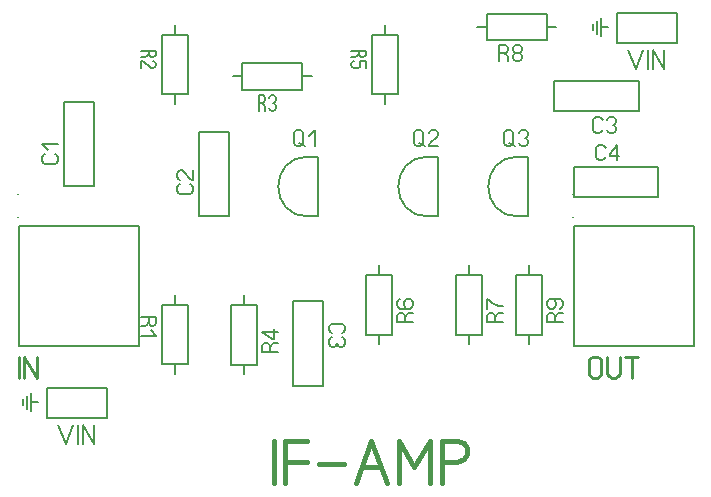
<source format=gbr>
%FSLAX34Y34*%
%MOMM*%
%LNSILK_TOP*%
G71*
G01*
%ADD10C,0.150*%
%ADD11C,0.167*%
%ADD12C,0.200*%
%ADD13C,0.170*%
%ADD14C,0.144*%
%ADD15C,0.444*%
%ADD16C,0.222*%
%LPD*%
G54D10*
X155975Y353971D02*
X133800Y353971D01*
X133800Y404671D01*
X155975Y404671D01*
X155975Y353971D01*
G54D10*
X144888Y353771D02*
X144888Y345871D01*
G54D10*
X144888Y404771D02*
X144887Y412671D01*
G54D11*
X122630Y388245D02*
X120963Y386245D01*
X119296Y385579D01*
X115963Y385579D01*
G54D11*
X115963Y390912D02*
X129296Y390912D01*
X129296Y387579D01*
X128463Y386245D01*
X126796Y385579D01*
X125130Y385579D01*
X123463Y386245D01*
X122630Y387579D01*
X122630Y390912D01*
G54D11*
X115963Y376579D02*
X115963Y381912D01*
X116796Y381912D01*
X118463Y381245D01*
X123463Y377245D01*
X125130Y376579D01*
X126796Y376579D01*
X128463Y377245D01*
X129296Y378579D01*
X129296Y379912D01*
X128463Y381245D01*
X126796Y381912D01*
G54D10*
X76669Y347990D02*
X51269Y347990D01*
X51269Y276390D01*
X76669Y276390D01*
X76669Y347990D01*
G54D11*
X43378Y303334D02*
X45044Y302334D01*
X45878Y300334D01*
X45878Y298334D01*
X45044Y296334D01*
X43378Y295334D01*
X35044Y295334D01*
X33378Y296334D01*
X32544Y298334D01*
X32544Y300334D01*
X33378Y302334D01*
X35044Y303334D01*
G54D11*
X37544Y307001D02*
X32544Y312001D01*
X45878Y312001D01*
G54D10*
X190969Y322590D02*
X165568Y322590D01*
X165569Y250990D01*
X190969Y250990D01*
X190969Y322590D01*
G54D11*
X157677Y277934D02*
X159344Y276934D01*
X160177Y274934D01*
X160177Y272934D01*
X159344Y270934D01*
X157677Y269934D01*
X149344Y269934D01*
X147677Y270934D01*
X146844Y272934D01*
X146844Y274934D01*
X147677Y276934D01*
X149344Y277934D01*
G54D11*
X160177Y289601D02*
X160177Y281601D01*
X159344Y281601D01*
X157677Y282601D01*
X152677Y288601D01*
X151010Y289601D01*
X149344Y289601D01*
X147677Y288601D01*
X146844Y286601D01*
X146844Y284601D01*
X147677Y282601D01*
X149344Y281601D01*
G54D10*
X155991Y125371D02*
X133816Y125371D01*
X133816Y176071D01*
X155991Y176071D01*
X155991Y125371D01*
G54D10*
X144904Y125171D02*
X144904Y117271D01*
G54D10*
X144904Y176171D02*
X144903Y184071D01*
G54D11*
X122645Y161846D02*
X120979Y158846D01*
X119312Y157846D01*
X115979Y157846D01*
G54D11*
X115979Y165846D02*
X129312Y165846D01*
X129312Y160846D01*
X128479Y158846D01*
X126812Y157846D01*
X125145Y157846D01*
X123479Y158846D01*
X122645Y160846D01*
X122645Y165846D01*
G54D11*
X124312Y154179D02*
X129312Y149179D01*
X115979Y149179D01*
G54D10*
X252770Y380335D02*
X252770Y358160D01*
X202070Y358160D01*
X202070Y380335D01*
X252770Y380335D01*
G54D10*
X252970Y369248D02*
X260870Y369248D01*
G54D10*
X201970Y369247D02*
X194070Y369247D01*
G54D11*
X218496Y346990D02*
X220496Y345323D01*
X221163Y343656D01*
X221163Y340323D01*
G54D11*
X215829Y340323D02*
X215829Y353656D01*
X219163Y353656D01*
X220496Y352823D01*
X221163Y351156D01*
X221163Y349490D01*
X220496Y347823D01*
X219163Y346990D01*
X215829Y346990D01*
G54D11*
X224829Y351156D02*
X225496Y352823D01*
X226829Y353656D01*
X228163Y353656D01*
X229496Y352823D01*
X230163Y351156D01*
X230163Y349490D01*
X229496Y347823D01*
X228163Y346990D01*
X229496Y346156D01*
X230163Y344490D01*
X230163Y342823D01*
X229496Y341156D01*
X228163Y340323D01*
X226829Y340323D01*
X225496Y341156D01*
X224829Y342823D01*
G54D10*
X192079Y176029D02*
X214254Y176029D01*
X214254Y125329D01*
X192079Y125329D01*
X192079Y176029D01*
G54D10*
X203166Y176229D02*
X203166Y184129D01*
G54D10*
X203166Y125229D02*
X203167Y117329D01*
G54D11*
X225425Y139587D02*
X227091Y142587D01*
X228758Y143587D01*
X232091Y143587D01*
G54D11*
X232091Y135587D02*
X218758Y135587D01*
X218758Y140587D01*
X219591Y142587D01*
X221258Y143587D01*
X222925Y143587D01*
X224591Y142587D01*
X225425Y140587D01*
X225425Y135587D01*
G54D11*
X232091Y153254D02*
X218758Y153254D01*
X227091Y147254D01*
X228758Y147254D01*
X228758Y155254D01*
G54D10*
X333774Y353970D02*
X311600Y353970D01*
X311600Y404670D01*
X333775Y404670D01*
X333774Y353970D01*
G54D10*
X322687Y353770D02*
X322687Y345870D01*
G54D10*
X322687Y404770D02*
X322687Y412670D01*
G54D11*
X300429Y388244D02*
X298763Y386244D01*
X297096Y385578D01*
X293763Y385578D01*
G54D11*
X293763Y390911D02*
X307096Y390911D01*
X307096Y387578D01*
X306263Y386244D01*
X304596Y385578D01*
X302929Y385578D01*
X301263Y386244D01*
X300429Y387578D01*
X300429Y390911D01*
G54D11*
X307096Y376578D02*
X307096Y381911D01*
X301263Y381911D01*
X301263Y381244D01*
X302096Y379911D01*
X302096Y378578D01*
X301263Y377244D01*
X299596Y376578D01*
X296263Y376578D01*
X294596Y377244D01*
X293763Y378578D01*
X293763Y379911D01*
X294596Y381244D01*
X296263Y381911D01*
G54D10*
X245056Y107392D02*
X270456Y107392D01*
X270456Y178992D01*
X245056Y178992D01*
X245056Y107392D01*
G54D11*
X278348Y152048D02*
X276681Y153048D01*
X275848Y155048D01*
X275848Y157048D01*
X276681Y159048D01*
X278348Y160048D01*
X286681Y160048D01*
X288348Y159048D01*
X289181Y157048D01*
X289181Y155048D01*
X288348Y153048D01*
X286681Y152048D01*
G54D11*
X286681Y148381D02*
X288348Y147381D01*
X289181Y145381D01*
X289181Y143381D01*
X288348Y141381D01*
X286681Y140381D01*
X285014Y140381D01*
X283348Y141381D01*
X282514Y143381D01*
X281681Y141381D01*
X280014Y140381D01*
X278348Y140381D01*
X276681Y141381D01*
X275848Y143381D01*
X275848Y145381D01*
X276681Y147381D01*
X278348Y148381D01*
G54D10*
X306379Y201429D02*
X328554Y201429D01*
X328554Y150729D01*
X306379Y150729D01*
X306379Y201429D01*
G54D10*
X317466Y201629D02*
X317466Y209529D01*
G54D10*
X317466Y150629D02*
X317466Y142729D01*
G54D11*
X339725Y164987D02*
X341391Y167987D01*
X343058Y168987D01*
X346391Y168987D01*
G54D11*
X346391Y160987D02*
X333058Y160987D01*
X333058Y165987D01*
X333891Y167987D01*
X335558Y168987D01*
X337225Y168987D01*
X338891Y167987D01*
X339725Y165987D01*
X339725Y160987D01*
G54D11*
X335558Y180654D02*
X333891Y179654D01*
X333058Y177654D01*
X333058Y175654D01*
X333891Y173654D01*
X335558Y172654D01*
X339725Y172654D01*
X340558Y172654D01*
X338891Y175654D01*
X338891Y177654D01*
X339725Y179654D01*
X341391Y180654D01*
X343891Y180654D01*
X345558Y179654D01*
X346391Y177654D01*
X346391Y175654D01*
X345558Y173654D01*
X343891Y172654D01*
X339725Y172654D01*
G54D10*
X382579Y201429D02*
X404754Y201429D01*
X404754Y150729D01*
X382579Y150729D01*
X382579Y201429D01*
G54D10*
X393666Y201629D02*
X393666Y209529D01*
G54D10*
X393666Y150629D02*
X393667Y142729D01*
G54D11*
X415925Y164987D02*
X417591Y167987D01*
X419258Y168987D01*
X422591Y168987D01*
G54D11*
X422591Y160987D02*
X409258Y160987D01*
X409258Y165987D01*
X410091Y167987D01*
X411758Y168987D01*
X413425Y168987D01*
X415091Y167987D01*
X415925Y165987D01*
X415925Y160987D01*
G54D11*
X409258Y172654D02*
X409258Y180654D01*
X410925Y179654D01*
X413425Y177654D01*
X416758Y175654D01*
X419258Y174654D01*
X422591Y174654D01*
G54D10*
X433379Y201429D02*
X455554Y201429D01*
X455554Y150729D01*
X433379Y150729D01*
X433379Y201429D01*
G54D10*
X444466Y201629D02*
X444466Y209529D01*
G54D10*
X444466Y150629D02*
X444467Y142729D01*
G54D11*
X466725Y164987D02*
X468391Y167987D01*
X470058Y168987D01*
X473391Y168987D01*
G54D11*
X473391Y160987D02*
X460058Y160987D01*
X460058Y165987D01*
X460891Y167987D01*
X462558Y168987D01*
X464225Y168987D01*
X465891Y167987D01*
X466725Y165987D01*
X466725Y160987D01*
G54D11*
X470891Y172654D02*
X472558Y173654D01*
X473391Y175654D01*
X473391Y177654D01*
X472558Y179654D01*
X470891Y180654D01*
X466725Y180654D01*
X465891Y180654D01*
X467558Y177654D01*
X467558Y175654D01*
X466725Y173654D01*
X465058Y172654D01*
X462558Y172654D01*
X460891Y173654D01*
X460058Y175654D01*
X460058Y177654D01*
X460891Y179654D01*
X462558Y180654D01*
X466725Y180654D01*
G54D10*
X554212Y267436D02*
X554212Y292836D01*
X482612Y292836D01*
X482612Y267436D01*
X554212Y267436D01*
G54D11*
X509588Y300728D02*
X508588Y299061D01*
X506588Y298228D01*
X504588Y298228D01*
X502588Y299061D01*
X501588Y300728D01*
X501588Y309061D01*
X502588Y310728D01*
X504588Y311561D01*
X506588Y311561D01*
X508588Y310728D01*
X509588Y309061D01*
G54D11*
X519255Y298228D02*
X519255Y311561D01*
X513255Y303228D01*
X513255Y301561D01*
X521255Y301561D01*
G54D10*
X459746Y422139D02*
X459746Y399964D01*
X409046Y399964D01*
X409046Y422139D01*
X459746Y422139D01*
G54D10*
X459946Y411052D02*
X467846Y411052D01*
G54D10*
X408946Y411052D02*
X401046Y411051D01*
G54D11*
X423304Y388793D02*
X426304Y387127D01*
X427304Y385460D01*
X427304Y382127D01*
G54D11*
X419304Y382127D02*
X419304Y395460D01*
X424304Y395460D01*
X426304Y394627D01*
X427304Y392960D01*
X427304Y391293D01*
X426304Y389627D01*
X424304Y388793D01*
X419304Y388793D01*
G54D11*
X435971Y388793D02*
X433971Y388793D01*
X431971Y389627D01*
X430971Y391293D01*
X430971Y392960D01*
X431971Y394627D01*
X433971Y395460D01*
X435971Y395460D01*
X437971Y394627D01*
X438971Y392960D01*
X438971Y391293D01*
X437971Y389627D01*
X435971Y388793D01*
X437971Y387960D01*
X438971Y386293D01*
X438971Y384627D01*
X437971Y382960D01*
X435971Y382127D01*
X433971Y382127D01*
X431971Y382960D01*
X430971Y384627D01*
X430971Y386293D01*
X431971Y387960D01*
X433971Y388793D01*
G54D12*
X529000Y391614D02*
X535000Y375614D01*
X541000Y391614D01*
G54D12*
X545400Y375614D02*
X545400Y391614D01*
G54D12*
X549800Y375614D02*
X549800Y391614D01*
X559400Y375614D01*
X559400Y391614D01*
G54D10*
X519204Y397788D02*
X519204Y423188D01*
X570004Y423188D01*
X570004Y397788D01*
X519204Y397788D01*
G54D12*
X511871Y411017D02*
X505520Y411017D01*
G54D12*
X505520Y403080D02*
X505521Y418955D01*
G54D12*
X502346Y416573D02*
X502346Y405461D01*
G54D12*
X499171Y408636D02*
X499171Y413398D01*
G54D12*
X46400Y74114D02*
X52400Y58114D01*
X58400Y74114D01*
G54D12*
X62800Y58114D02*
X62800Y74114D01*
G54D12*
X67200Y58114D02*
X67200Y74114D01*
X76800Y58114D01*
X76800Y74114D01*
G54D10*
X36604Y80288D02*
X36604Y105688D01*
X87404Y105688D01*
X87404Y80288D01*
X36604Y80288D01*
G54D12*
X29271Y93517D02*
X22920Y93517D01*
G54D12*
X22920Y85580D02*
X22921Y101455D01*
G54D12*
X19746Y99073D02*
X19746Y87961D01*
G54D12*
X16571Y91136D02*
X16571Y95898D01*
G54D10*
X257900Y301400D02*
X265900Y301400D01*
X265900Y250675D01*
X257900Y250675D01*
G54D10*
G75*
G01X257939Y301531D02*
G03X257939Y250531I0J-25500D01*
G01*
G54D11*
X249756Y313075D02*
X254756Y310575D01*
G54D11*
X253756Y321408D02*
X253756Y313075D01*
X252756Y311408D01*
X250756Y310575D01*
X248756Y310575D01*
X246756Y311408D01*
X245756Y313075D01*
X245756Y321408D01*
X246756Y323075D01*
X248756Y323908D01*
X250756Y323908D01*
X252756Y323075D01*
X253756Y321408D01*
G54D11*
X258423Y318908D02*
X263423Y323908D01*
X263423Y310575D01*
G54D10*
X359500Y301400D02*
X367500Y301400D01*
X367500Y250675D01*
X359500Y250675D01*
G54D10*
G75*
G01X359539Y301531D02*
G03X359539Y250531I0J-25500D01*
G01*
G54D13*
X351356Y313075D02*
X356356Y310575D01*
G54D13*
X355356Y321408D02*
X355356Y313075D01*
X354356Y311408D01*
X352356Y310575D01*
X350356Y310575D01*
X348356Y311408D01*
X347356Y313075D01*
X347356Y321408D01*
X348356Y323075D01*
X350356Y323908D01*
X352356Y323908D01*
X354356Y323075D01*
X355356Y321408D01*
G54D13*
X368056Y310575D02*
X360056Y310575D01*
X360056Y311408D01*
X361056Y313075D01*
X367056Y318075D01*
X368056Y319741D01*
X368056Y321408D01*
X367056Y323075D01*
X365056Y323908D01*
X363056Y323908D01*
X361056Y323075D01*
X360056Y321408D01*
G54D10*
X435700Y301400D02*
X443700Y301400D01*
X443700Y250675D01*
X435700Y250675D01*
G54D10*
G75*
G01X435739Y301531D02*
G03X435739Y250531I0J-25500D01*
G01*
G54D11*
X427572Y313075D02*
X432572Y310575D01*
G54D11*
X431572Y321408D02*
X431572Y313075D01*
X430572Y311408D01*
X428572Y310575D01*
X426572Y310575D01*
X424572Y311408D01*
X423572Y313075D01*
X423572Y321408D01*
X424572Y323075D01*
X426572Y323908D01*
X428572Y323908D01*
X430572Y323075D01*
X431572Y321408D01*
G54D11*
X436239Y321408D02*
X437239Y323075D01*
X439239Y323908D01*
X441239Y323908D01*
X443239Y323075D01*
X444239Y321408D01*
X444239Y319741D01*
X443239Y318075D01*
X441239Y317241D01*
X443239Y316408D01*
X444239Y314741D01*
X444239Y313075D01*
X443239Y311408D01*
X441239Y310575D01*
X439239Y310575D01*
X437239Y311408D01*
X436239Y313075D01*
G54D10*
X12700Y242900D02*
X114300Y242900D01*
X114300Y141300D01*
X12700Y141300D01*
X12700Y242900D01*
G54D14*
X11950Y269650D02*
X11950Y269650D01*
G54D14*
X11950Y250150D02*
X11950Y250150D01*
G54D10*
X482600Y242900D02*
X584200Y242900D01*
X584200Y141300D01*
X482600Y141300D01*
X482600Y242900D01*
G54D14*
X481850Y269650D02*
X481850Y269650D01*
G54D14*
X481850Y250150D02*
X481850Y250150D01*
G54D10*
X466010Y365743D02*
X466010Y340342D01*
X537611Y340343D01*
X537610Y365743D01*
X466010Y365743D01*
G54D11*
X506999Y324118D02*
X505999Y322451D01*
X503999Y321618D01*
X501999Y321618D01*
X499999Y322451D01*
X498999Y324118D01*
X498999Y332451D01*
X499999Y334118D01*
X501999Y334951D01*
X503999Y334951D01*
X505999Y334118D01*
X506999Y332451D01*
G54D11*
X510666Y332451D02*
X511666Y334118D01*
X513666Y334951D01*
X515666Y334951D01*
X517666Y334118D01*
X518666Y332451D01*
X518666Y330785D01*
X517666Y329118D01*
X515666Y328285D01*
X517666Y327451D01*
X518666Y325785D01*
X518666Y324118D01*
X517666Y322451D01*
X515666Y321618D01*
X513666Y321618D01*
X511666Y322451D01*
X510666Y324118D01*
G54D15*
X228600Y25400D02*
X228600Y60956D01*
G54D15*
X238378Y25400D02*
X238378Y60956D01*
X257045Y60956D01*
G54D15*
X238378Y43178D02*
X257045Y43178D01*
G54D15*
X266823Y40956D02*
X288156Y40956D01*
G54D15*
X297934Y25400D02*
X311267Y60956D01*
X324601Y25400D01*
G54D15*
X303267Y38733D02*
X319267Y38733D01*
G54D15*
X334379Y25400D02*
X334379Y60956D01*
X347712Y38733D01*
X361046Y60956D01*
X361046Y25400D01*
G54D15*
X370824Y25400D02*
X370824Y60956D01*
X384157Y60956D01*
X389491Y58733D01*
X392157Y54289D01*
X392157Y49844D01*
X389491Y45400D01*
X384157Y43178D01*
X370824Y43178D01*
G54D16*
X12700Y114300D02*
X12700Y132078D01*
G54D16*
X17589Y114300D02*
X17589Y132078D01*
X28256Y114300D01*
X28256Y132078D01*
G54D16*
X505967Y128744D02*
X505967Y117633D01*
X504633Y115411D01*
X501967Y114300D01*
X499300Y114300D01*
X496633Y115411D01*
X495300Y117633D01*
X495300Y128744D01*
X496633Y130967D01*
X499300Y132078D01*
X501967Y132078D01*
X504633Y130967D01*
X505967Y128744D01*
G54D16*
X510856Y132078D02*
X510856Y117633D01*
X512189Y115411D01*
X514856Y114300D01*
X517523Y114300D01*
X520189Y115411D01*
X521523Y117633D01*
X521523Y132078D01*
G54D16*
X531745Y114300D02*
X531745Y132078D01*
G54D16*
X526412Y132078D02*
X537079Y132078D01*
M02*

</source>
